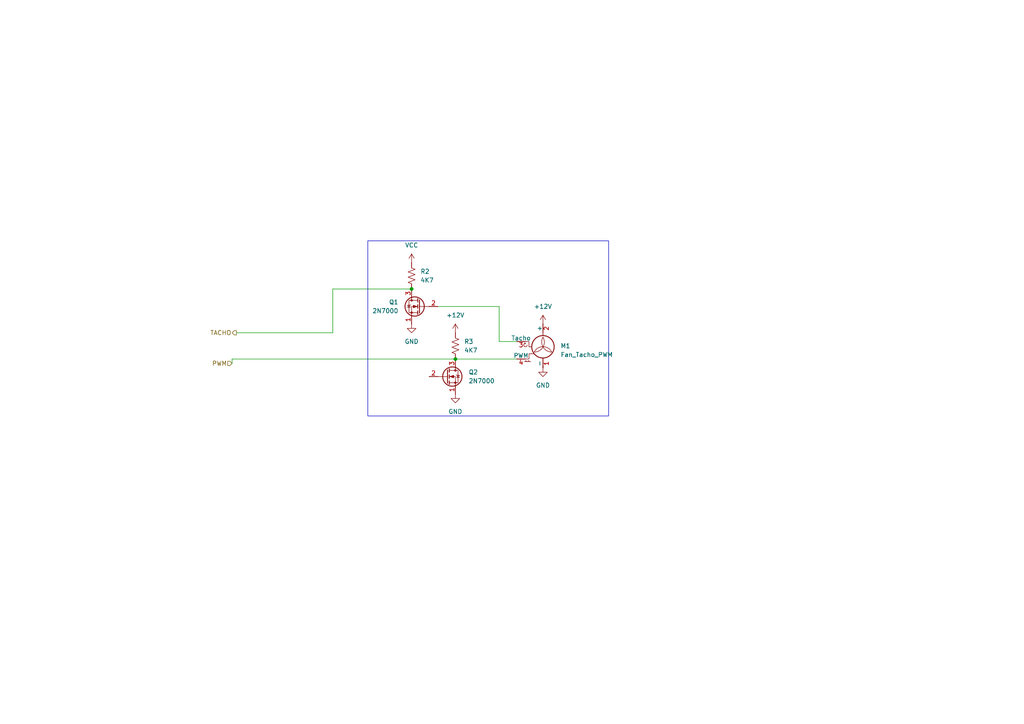
<source format=kicad_sch>
(kicad_sch (version 20231120) (generator "eeschema") (generator_version "8.0")
  (paper "A4")
  (lib_symbols
    (symbol "Device:R_US" (pin_numbers hide) (pin_names (offset 0))
      (property "Reference" "R" (at 2.54 0 90))
      (property "Value" "R_US" (at -2.54 0 90))
      (symbol "R_US_0_1"
        (polyline (pts (xy 0 -2.286) (xy 0 -2.54)))
        (polyline (pts (xy 0 2.286) (xy 0 2.54)))
        (polyline (pts (xy 0 -0.762) (xy 1.016 -1.143) (xy 0 -1.524) (xy -1.016 -1.905) (xy 0 -2.286)))
        (polyline (pts (xy 0 0.762) (xy 1.016 0.381) (xy 0 0) (xy -1.016 -0.381) (xy 0 -0.762)))
        (polyline (pts (xy 0 2.286) (xy 1.016 1.905) (xy 0 1.524) (xy -1.016 1.143) (xy 0 0.762)))
      )
      (symbol "R_US_1_1"
        (pin passive line (at 0 3.81 270) (length 1.27) (name "~") (number "1"))
        (pin passive line (at 0 -3.81 90) (length 1.27) (name "~") (number "2"))
      )
    )
    (symbol "Motor:Fan_Tacho_PWM" (pin_names (offset 0))
      (property "Reference" "M" (at 2.54 5.08 0))
      (property "Value" "Fan_Tacho_PWM" (at 2.54 -2.54 0))
      (symbol "Fan_Tacho_PWM_0_0"
        (arc (start -5.588 1.524) (mid -5.08 1.0182) (end -4.572 1.524))
        (arc (start -5.08 2.032) (mid -5.4392 1.8832) (end -5.588 1.524))
        (polyline (pts (xy -5.08 2.032) (xy -5.334 2.159)))
        (polyline (pts (xy -5.08 2.032) (xy -5.207 1.778)))
        (polyline (pts (xy -4.064 2.54) (xy -4.064 1.016) (xy -3.302 1.016)))
      )
      (symbol "Fan_Tacho_PWM_0_1"
        (arc (start -2.54 -0.508) (mid 0.0028 0.9121) (end 0 3.81))
        (polyline (pts (xy -4.064 2.54) (xy -5.08 2.54)))
        (polyline (pts (xy 0 -5.08) (xy 0 -4.572)))
        (polyline (pts (xy 0 -2.2352) (xy 0 -2.6416)))
        (polyline (pts (xy 0 4.2672) (xy 0 4.6228)))
        (polyline (pts (xy 0 4.572) (xy 0 5.08)))
        (polyline (pts (xy -2.54 -1.016) (xy -4.064 -1.016) (xy -4.064 -2.54) (xy -5.08 -2.54)))
        (polyline (pts (xy -5.334 -3.302) (xy -5.08 -3.302) (xy -5.08 -3.048) (xy -4.826 -3.048) (xy -4.826 -3.302) (xy -4.318 -3.302) (xy -4.318 -3.048) (xy -4.064 -3.048) (xy -4.064 -3.302) (xy -3.556 -3.302)))
        (circle (center 0 1.016) (radius 3.2512) (stroke (width 0.254)))
        (arc (start 0 3.81) (mid 0.053 0.921) (end 2.54 -0.508))
        (arc (start 2.54 -0.508) (mid 0 1.0618) (end -2.54 -0.508))
      )
      (symbol "Fan_Tacho_PWM_1_1"
        (pin passive line (at 0 -5.08 90) (length 2.54) (name "-") (number "1"))
        (pin passive line (at 0 7.62 270) (length 2.54) (name "+") (number "2"))
        (pin passive line (at -7.62 2.54 0) (length 2.54) (name "Tacho") (number "3"))
        (pin input line (at -7.62 -2.54 0) (length 2.54) (name "PWM") (number "4"))
      )
    )
    (symbol "Transistor_FET:2N7000" (pin_names hide)
      (property "Reference" "Q" (at 5.08 1.905 0))
      (property "Value" "2N7000" (at 5.08 0 0))
      (symbol "2N7000_0_1"
        (polyline (pts (xy 0.254 0) (xy -2.54 0)))
        (polyline (pts (xy 0.254 1.905) (xy 0.254 -1.905)) (stroke (width 0.254)))
        (polyline (pts (xy 0.762 -1.27) (xy 0.762 -2.286)) (stroke (width 0.254)))
        (polyline (pts (xy 0.762 0.508) (xy 0.762 -0.508)) (stroke (width 0.254)))
        (polyline (pts (xy 0.762 2.286) (xy 0.762 1.27)) (stroke (width 0.254)))
        (polyline (pts (xy 2.54 2.54) (xy 2.54 1.778)))
        (polyline (pts (xy 2.54 -2.54) (xy 2.54 0) (xy 0.762 0)))
        (polyline (pts (xy 0.762 -1.778) (xy 3.302 -1.778) (xy 3.302 1.778) (xy 0.762 1.778)))
        (polyline (pts (xy 1.016 0) (xy 2.032 0.381) (xy 2.032 -0.381) (xy 1.016 0)) (fill (type outline)))
        (polyline (pts (xy 2.794 0.508) (xy 2.921 0.381) (xy 3.683 0.381) (xy 3.81 0.254)))
        (polyline (pts (xy 3.302 0.381) (xy 2.921 -0.254) (xy 3.683 -0.254) (xy 3.302 0.381)))
        (circle (center 1.651 0) (radius 2.794) (stroke (width 0.254)))
        (circle (center 2.54 -1.778) (radius 0.254) (fill (type outline)))
        (circle (center 2.54 1.778) (radius 0.254) (fill (type outline)))
      )
      (symbol "2N7000_1_1"
        (pin passive line (at 2.54 -5.08 90) (length 2.54) (name "S") (number "1"))
        (pin input line (at -5.08 0 0) (length 2.54) (name "G") (number "2"))
        (pin passive line (at 2.54 5.08 270) (length 2.54) (name "D") (number "3"))
      )
    )
    (symbol "power:+12V" (power) (pin_numbers hide) (pin_names (offset 0) hide)
      (property "Value" "+12V" (at 0 3.556 0))
      (symbol "+12V_0_1"
        (polyline (pts (xy -0.762 1.27) (xy 0 2.54)))
        (polyline (pts (xy 0 0) (xy 0 2.54)))
        (polyline (pts (xy 0 2.54) (xy 0.762 1.27)))
      )
      (symbol "+12V_1_1"
        (pin power_in line (at 0 0 90) (length 0) (name "~") (number "1"))
      )
    )
    (symbol "power:GND" (power) (pin_numbers hide) (pin_names (offset 0) hide)
      (property "Value" "GND" (at 0 -3.81 0))
      (symbol "GND_0_1"
        (polyline (pts (xy 0 0) (xy 0 -1.27) (xy 1.27 -1.27) (xy 0 -2.54) (xy -1.27 -1.27) (xy 0 -1.27)))
      )
      (symbol "GND_1_1"
        (pin power_in line (at 0 0 270) (length 0) (name "~") (number "1"))
      )
    )
    (symbol "power:VCC" (power) (pin_numbers hide) (pin_names (offset 0) hide)
      (property "Value" "VCC" (at 0 3.556 0))
      (symbol "VCC_0_1"
        (polyline (pts (xy -0.762 1.27) (xy 0 2.54)))
        (polyline (pts (xy 0 0) (xy 0 2.54)))
        (polyline (pts (xy 0 2.54) (xy 0.762 1.27)))
      )
      (symbol "VCC_1_1"
        (pin power_in line (at 0 0 90) (length 0) (name "~") (number "1"))
      )
    )
  )
  (junction (at 119.38 83.82))
  (junction (at 132.08 104.14))
  (wire (pts (xy 127 88.9) (xy 144.78 88.9)))
  (wire (pts (xy 132.08 104.14) (xy 149.86 104.14)))
  (wire (pts (xy 96.52 96.52) (xy 96.52 83.82)))
  (wire (pts (xy 132.08 104.14) (xy 67.31 104.14)))
  (wire (pts (xy 96.52 83.82) (xy 119.38 83.82)))
  (wire (pts (xy 149.86 99.06) (xy 144.78 99.06)))
  (wire (pts (xy 144.78 99.06) (xy 144.78 88.9)))
  (wire (pts (xy 68.58 96.52) (xy 96.52 96.52)))
  (wire (pts (xy 67.31 104.14) (xy 67.31 105.41)))
  (rectangle (start 106.68 69.85) (end 176.53 120.65))
  (hierarchical_label "TACHO" (shape output) (at 68.58 96.52 180))
  (hierarchical_label "PWM" (shape input) (at 67.31 105.41 180))
  (symbol (lib_id "power:GND") (at 119.38 93.98 0) (unit 1)
    (property "Reference" "#PWR02" (effects (hide yes)))
    (property "Value" "GND" (at 119.38 99.06 0))
    (property "Description" "Power symbol creates a global label with name \"GND\" , ground" (effects (hide yes)))
    (instances (project "multifan-i2c-controller" (path "" (reference "#PWR02") (unit 1)) (path "" (reference "#PWR09") (unit 1)) (path "" (reference "#PWR015") (unit 1)) (path "" (reference "#PWR021") (unit 1))))
  )
  (symbol (lib_id "power:GND") (at 157.48 106.68 0) (unit 1)
    (property "Reference" "#PWR06" (effects (hide yes)))
    (property "Value" "GND" (at 157.48 111.76 0))
    (property "Description" "Power symbol creates a global label with name \"GND\" , ground" (effects (hide yes)))
    (instances (project "multifan-i2c-controller" (path "" (reference "#PWR06") (unit 1)) (path "" (reference "#PWR013") (unit 1)) (path "" (reference "#PWR019") (unit 1)) (path "" (reference "#PWR025") (unit 1))))
  )
  (symbol (lib_id "power:VCC") (at 119.38 76.2 0) (unit 1)
    (property "Reference" "#PWR01" (effects (hide yes)))
    (property "Value" "VCC" (at 119.38 71.12 0))
    (property "Description" "Power symbol creates a global label with name \"VCC\"" (effects (hide yes)))
    (instances (project "multifan-i2c-controller" (path "" (reference "#PWR01") (unit 1)) (path "" (reference "#PWR08") (unit 1)) (path "" (reference "#PWR014") (unit 1)) (path "" (reference "#PWR020") (unit 1))))
  )
  (symbol (lib_id "power:+12V") (at 157.48 93.98 0) (unit 1)
    (property "Reference" "#PWR05" (effects (hide yes)))
    (property "Value" "+12V" (at 157.48 88.9 0))
    (property "Description" "Power symbol creates a global label with name \"+12V\"" (effects (hide yes)))
    (instances (project "multifan-i2c-controller" (path "" (reference "#PWR05") (unit 1)) (path "" (reference "#PWR012") (unit 1)) (path "" (reference "#PWR018") (unit 1)) (path "" (reference "#PWR024") (unit 1))))
  )
  (symbol (lib_id "power:+12V") (at 132.08 96.52 0) (unit 1)
    (property "Reference" "#PWR03" (effects (hide yes)))
    (property "Value" "+12V" (at 132.08 91.44 0))
    (property "Description" "Power symbol creates a global label with name \"+12V\"" (effects (hide yes)))
    (instances (project "multifan-i2c-controller" (path "" (reference "#PWR03") (unit 1)) (path "" (reference "#PWR010") (unit 1)) (path "" (reference "#PWR016") (unit 1)) (path "" (reference "#PWR022") (unit 1))))
  )
  (symbol (lib_id "Motor:Fan_Tacho_PWM") (at 157.48 101.6 0) (unit 1)
    (property "Reference" "M1" (at 162.56 100.3299 0) (effects (justify left)))
    (property "Value" "Fan_Tacho_PWM" (at 162.56 102.8699 0) (effects (justify left)))
    (property "Footprint" "Connector_PinHeader_2.54mm:PinHeader_1x04_P2.54mm_Vertical" (effects (hide yes)))
    (property "Datasheet" "http://www.formfactors.org/developer%5Cspecs%5Crev1_2_public.pdf" (effects (hide yes)))
    (property "Description" "Fan, tacho output, PWM input, 4-pin connector" (effects (hide yes)))
    (instances (project "multifan-i2c-controller" (path "" (reference "M1") (unit 1)) (path "" (reference "M2") (unit 1)) (path "" (reference "M3") (unit 1)) (path "" (reference "M4") (unit 1))))
  )
  (symbol (lib_id "Device:R_US") (at 132.08 100.33 0) (unit 1)
    (property "Reference" "R3" (at 134.62 99.0599 0) (effects (justify left)))
    (property "Value" "4K7" (at 134.62 101.5999 0) (effects (justify left)))
    (property "Footprint" "Resistor_SMD:R_1206_3216Metric" (effects (hide yes)))
    (property "Description" "Resistor, US symbol" (effects (hide yes)))
    (instances (project "multifan-i2c-controller" (path "" (reference "R3") (unit 1)) (path "" (reference "R5") (unit 1)) (path "" (reference "R7") (unit 1)) (path "" (reference "R9") (unit 1))))
  )
  (symbol (lib_id "Device:R_US") (at 119.38 80.01 0) (unit 1)
    (property "Reference" "R2" (at 121.92 78.7399 0) (effects (justify left)))
    (property "Value" "4K7" (at 121.92 81.2799 0) (effects (justify left)))
    (property "Footprint" "Resistor_SMD:R_1206_3216Metric" (effects (hide yes)))
    (property "Description" "Resistor, US symbol" (effects (hide yes)))
    (instances (project "multifan-i2c-controller" (path "" (reference "R2") (unit 1)) (path "" (reference "R4") (unit 1)) (path "" (reference "R6") (unit 1)) (path "" (reference "R8") (unit 1))))
  )
  (symbol (lib_id "Transistor_FET:2N7000") (at 129.54 109.22 0) (unit 1)
    (property "Reference" "Q2" (at 135.89 107.9499 0) (effects (justify left)))
    (property "Value" "2N7000" (at 135.89 110.4899 0) (effects (justify left)))
    (property "Footprint" "Package_TO_SOT_THT:TO-92_Inline" (effects (hide yes)))
    (property "Datasheet" "https://www.vishay.com/docs/70226/70226.pdf" (effects (hide yes)))
    (property "Description" "0.2A Id, 200V Vds, N-Channel MOSFET, 2.6V Logic Level, TO-92" (effects (hide yes)))
    (instances (project "multifan-i2c-controller" (path "" (reference "Q2") (unit 1)) (path "" (reference "Q4") (unit 1)) (path "" (reference "Q6") (unit 1)) (path "" (reference "Q8") (unit 1))))
  )
  (symbol (lib_id "Transistor_FET:2N7000") (at 121.92 88.9 0) (mirror y) (unit 1)
    (property "Reference" "Q1" (at 115.57 87.6299 0) (effects (justify left)))
    (property "Value" "2N7000" (at 115.57 90.1699 0) (effects (justify left)))
    (property "Footprint" "Package_TO_SOT_THT:TO-92_Inline" (effects (hide yes)))
    (property "Datasheet" "https://www.vishay.com/docs/70226/70226.pdf" (effects (hide yes)))
    (property "Description" "0.2A Id, 200V Vds, N-Channel MOSFET, 2.6V Logic Level, TO-92" (effects (hide yes)))
    (instances (project "multifan-i2c-controller" (path "" (reference "Q1") (unit 1)) (path "" (reference "Q3") (unit 1)) (path "" (reference "Q5") (unit 1)) (path "" (reference "Q7") (unit 1))))
  )
  (symbol (lib_id "power:GND") (at 132.08 114.3 0) (unit 1)
    (property "Reference" "#PWR04" (effects (hide yes)))
    (property "Value" "GND" (at 132.08 119.38 0))
    (property "Description" "Power symbol creates a global label with name \"GND\" , ground" (effects (hide yes)))
    (instances (project "multifan-i2c-controller" (path "" (reference "#PWR04") (unit 1)) (path "" (reference "#PWR011") (unit 1)) (path "" (reference "#PWR017") (unit 1)) (path "" (reference "#PWR023") (unit 1))))
  )
)
</source>
